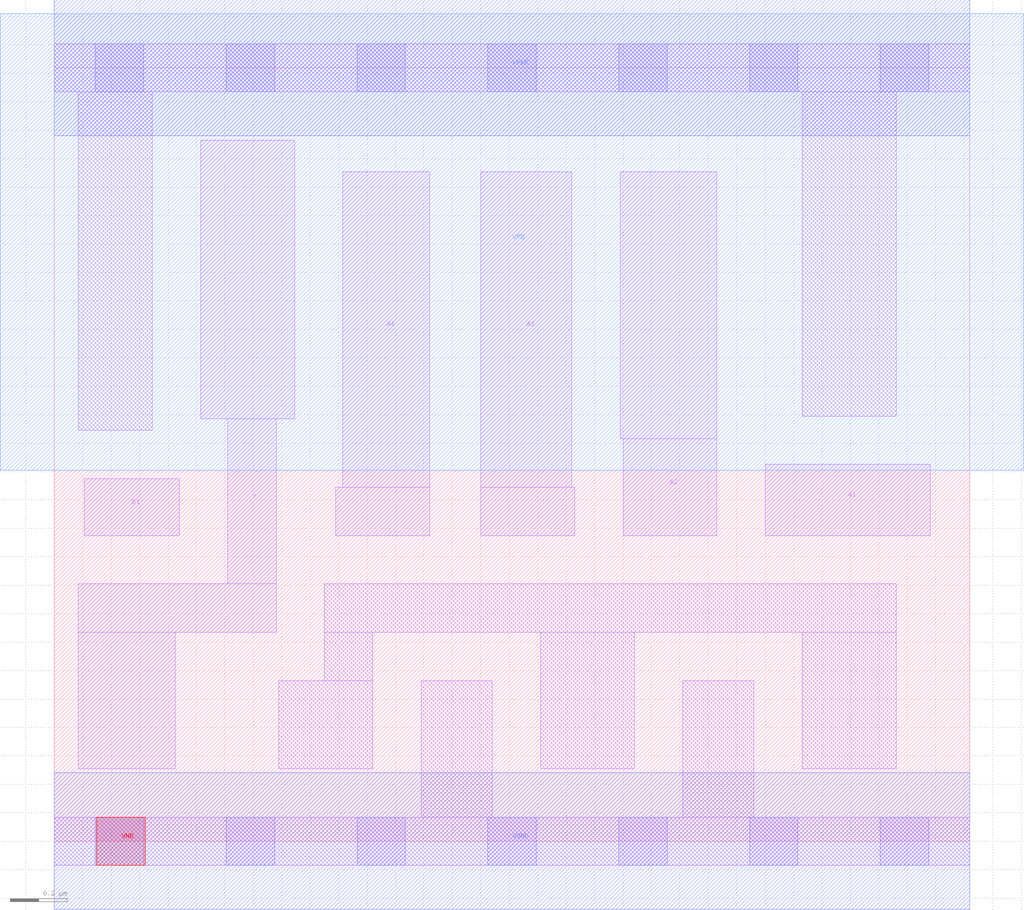
<source format=lef>
# Copyright 2020 The SkyWater PDK Authors
#
# Licensed under the Apache License, Version 2.0 (the "License");
# you may not use this file except in compliance with the License.
# You may obtain a copy of the License at
#
#     https://www.apache.org/licenses/LICENSE-2.0
#
# Unless required by applicable law or agreed to in writing, software
# distributed under the License is distributed on an "AS IS" BASIS,
# WITHOUT WARRANTIES OR CONDITIONS OF ANY KIND, either express or implied.
# See the License for the specific language governing permissions and
# limitations under the License.
#
# SPDX-License-Identifier: Apache-2.0

VERSION 5.7 ;
  NOWIREEXTENSIONATPIN ON ;
  DIVIDERCHAR "/" ;
  BUSBITCHARS "[]" ;
MACRO sky130_fd_sc_hd__o41ai_1
  CLASS CORE ;
  FOREIGN sky130_fd_sc_hd__o41ai_1 ;
  ORIGIN  0.000000  0.000000 ;
  SIZE  3.220000 BY  2.720000 ;
  SYMMETRY X Y R90 ;
  SITE unithd ;
  PIN A1
    ANTENNAGATEAREA  0.247500 ;
    DIRECTION INPUT ;
    USE SIGNAL ;
    PORT
      LAYER li1 ;
        RECT 2.500000 1.075000 3.080000 1.325000 ;
    END
  END A1
  PIN A2
    ANTENNAGATEAREA  0.247500 ;
    DIRECTION INPUT ;
    USE SIGNAL ;
    PORT
      LAYER li1 ;
        RECT 1.990000 1.415000 2.330000 2.355000 ;
        RECT 2.000000 1.075000 2.330000 1.415000 ;
    END
  END A2
  PIN A3
    ANTENNAGATEAREA  0.247500 ;
    DIRECTION INPUT ;
    USE SIGNAL ;
    PORT
      LAYER li1 ;
        RECT 1.500000 1.075000 1.830000 1.245000 ;
        RECT 1.500000 1.245000 1.820000 2.355000 ;
    END
  END A3
  PIN A4
    ANTENNAGATEAREA  0.247500 ;
    DIRECTION INPUT ;
    USE SIGNAL ;
    PORT
      LAYER li1 ;
        RECT 0.990000 1.075000 1.320000 1.245000 ;
        RECT 1.015000 1.245000 1.320000 2.355000 ;
    END
  END A4
  PIN B1
    ANTENNAGATEAREA  0.247500 ;
    DIRECTION INPUT ;
    USE SIGNAL ;
    PORT
      LAYER li1 ;
        RECT 0.105000 1.075000 0.440000 1.275000 ;
    END
  END B1
  PIN VNB
    PORT
      LAYER pwell ;
        RECT 0.150000 -0.085000 0.320000 0.085000 ;
    END
  END VNB
  PIN VPB
    PORT
      LAYER nwell ;
        RECT -0.190000 1.305000 3.410000 2.910000 ;
    END
  END VPB
  PIN Y
    ANTENNADIFFAREA  0.439000 ;
    DIRECTION OUTPUT ;
    USE SIGNAL ;
    PORT
      LAYER li1 ;
        RECT 0.085000 0.255000 0.425000 0.735000 ;
        RECT 0.085000 0.735000 0.780000 0.905000 ;
        RECT 0.515000 1.485000 0.845000 2.465000 ;
        RECT 0.610000 0.905000 0.780000 1.485000 ;
    END
  END Y
  PIN VGND
    DIRECTION INOUT ;
    SHAPE ABUTMENT ;
    USE GROUND ;
    PORT
      LAYER met1 ;
        RECT 0.000000 -0.240000 3.220000 0.240000 ;
    END
  END VGND
  PIN VPWR
    DIRECTION INOUT ;
    SHAPE ABUTMENT ;
    USE POWER ;
    PORT
      LAYER met1 ;
        RECT 0.000000 2.480000 3.220000 2.960000 ;
    END
  END VPWR
  OBS
    LAYER li1 ;
      RECT 0.000000 -0.085000 3.220000 0.085000 ;
      RECT 0.000000  2.635000 3.220000 2.805000 ;
      RECT 0.085000  1.445000 0.345000 2.635000 ;
      RECT 0.790000  0.255000 1.120000 0.565000 ;
      RECT 0.950000  0.565000 1.120000 0.735000 ;
      RECT 0.950000  0.735000 2.960000 0.905000 ;
      RECT 1.290000  0.085000 1.540000 0.565000 ;
      RECT 1.710000  0.255000 2.040000 0.735000 ;
      RECT 2.210000  0.085000 2.460000 0.565000 ;
      RECT 2.630000  0.255000 2.960000 0.735000 ;
      RECT 2.630000  1.495000 2.960000 2.635000 ;
    LAYER mcon ;
      RECT 0.145000 -0.085000 0.315000 0.085000 ;
      RECT 0.145000  2.635000 0.315000 2.805000 ;
      RECT 0.605000 -0.085000 0.775000 0.085000 ;
      RECT 0.605000  2.635000 0.775000 2.805000 ;
      RECT 1.065000 -0.085000 1.235000 0.085000 ;
      RECT 1.065000  2.635000 1.235000 2.805000 ;
      RECT 1.525000 -0.085000 1.695000 0.085000 ;
      RECT 1.525000  2.635000 1.695000 2.805000 ;
      RECT 1.985000 -0.085000 2.155000 0.085000 ;
      RECT 1.985000  2.635000 2.155000 2.805000 ;
      RECT 2.445000 -0.085000 2.615000 0.085000 ;
      RECT 2.445000  2.635000 2.615000 2.805000 ;
      RECT 2.905000 -0.085000 3.075000 0.085000 ;
      RECT 2.905000  2.635000 3.075000 2.805000 ;
  END
END sky130_fd_sc_hd__o41ai_1
END LIBRARY

</source>
